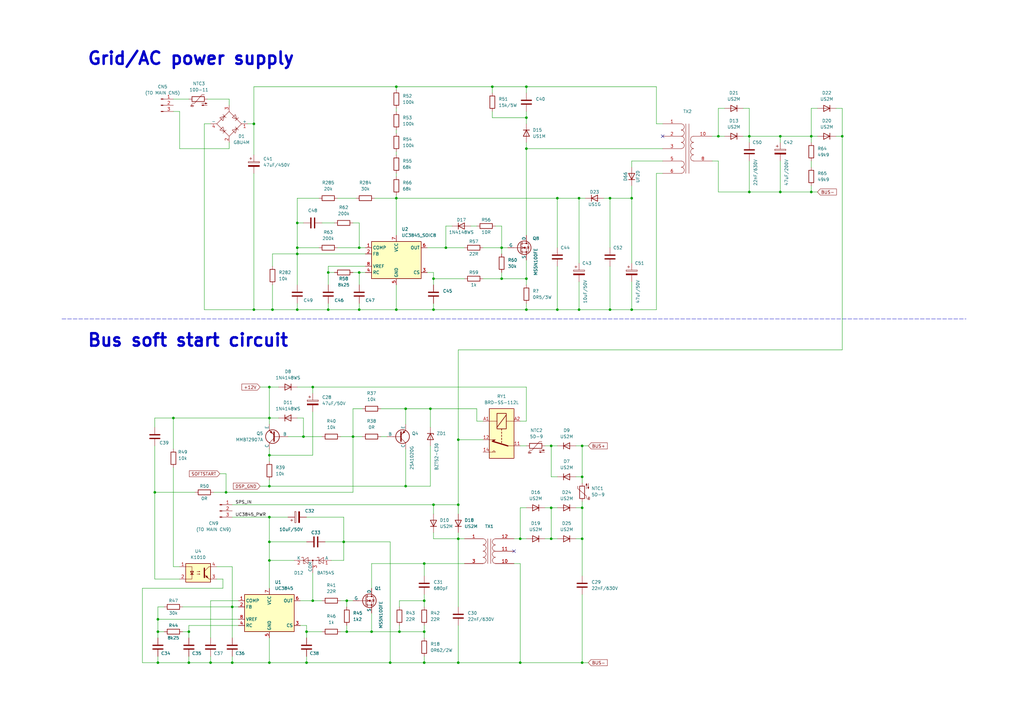
<source format=kicad_sch>
(kicad_sch (version 20250114) (generator "eeschema") (generator_version "9.0")
  (paper "A3")
  (title_block (title "Anern 10.2kW inverter - SCC board (2/2)") (comment 1 "Part of board no. 156-050113-00G(B)") (comment 2 "Bus soft start & AC SMPS"))
  (lib_symbols
    (symbol "Connector:Conn_01x03_Pin" (pin_names (offset 1.016) (hide yes))
      (property "Reference" "J" (at 0 5.08 0))
      (property "Value" "Conn_01x03_Pin" (at 0 -5.08 0))
      (symbol "Conn_01x03_Pin_1_1"
        (pin passive line (at 5.08 2.54 180) (length 3.81) (name "Pin_1") (number "1"))
        (pin passive line (at 5.08 0 180) (length 3.81) (name "Pin_2") (number "2"))
        (pin passive line (at 5.08 -2.54 180) (length 3.81) (name "Pin_3") (number "3"))
      )
    )
    (symbol "Device:C" (pin_numbers (hide yes)) (pin_names (offset 0.254))
      (property "Reference" "C" (at 0.635 2.54 0))
      (property "Value" "C" (at 0.635 -2.54 0))
      (symbol "C_1_1"
        (pin passive line (at 0 3.81 270) (length 2.794) (name "~") (number "1"))
        (pin passive line (at 0 -3.81 90) (length 2.794) (name "~") (number "2"))
      )
    )
    (symbol "Device:C_Polarized" (pin_numbers (hide yes)) (pin_names (offset 0.254))
      (property "Reference" "C" (at 0.635 2.54 0))
      (property "Value" "C_Polarized" (at 0.635 -2.54 0))
      (symbol "C_Polarized_1_1"
        (pin passive line (at 0 3.81 270) (length 2.794) (name "~") (number "1"))
        (pin passive line (at 0 -3.81 90) (length 2.794) (name "~") (number "2"))
      )
    )
    (symbol "Device:D" (pin_numbers (hide yes)) (pin_names (offset 1.016) (hide yes))
      (property "Reference" "D" (at 0 2.54 0))
      (property "Value" "D" (at 0 -2.54 0))
      (symbol "D_1_1"
        (pin passive line (at -3.81 0 0) (length 2.54) (name "K") (number "1"))
        (pin passive line (at 3.81 0 180) (length 2.54) (name "A") (number "2"))
      )
    )
    (symbol "Device:D_Zener" (pin_numbers (hide yes)) (pin_names (offset 1.016) (hide yes))
      (property "Reference" "D" (at 0 2.54 0))
      (property "Value" "D_Zener" (at 0 -2.54 0))
      (symbol "D_Zener_1_1"
        (pin passive line (at -3.81 0 0) (length 2.54) (name "K") (number "1"))
        (pin passive line (at 3.81 0 180) (length 2.54) (name "A") (number "2"))
      )
    )
    (symbol "Device:R" (pin_numbers (hide yes)) (pin_names (offset 0))
      (property "Reference" "R" (at 2.032 0 90))
      (property "Value" "R" (at 0 0 90))
      (symbol "R_1_1"
        (pin passive line (at 0 3.81 270) (length 1.27) (name "~") (number "1"))
        (pin passive line (at 0 -3.81 90) (length 1.27) (name "~") (number "2"))
      )
    )
    (symbol "Device:Thermistor_NTC" (pin_numbers (hide yes)) (pin_names (offset 0))
      (property "Reference" "TH" (at -4.445 0 90))
      (property "Value" "Thermistor_NTC" (at 3.175 0 90))
      (symbol "Thermistor_NTC_1_1"
        (pin passive line (at 0 3.81 270) (length 1.27) (name "~") (number "1"))
        (pin passive line (at 0 -3.81 90) (length 1.27) (name "~") (number "2"))
      )
    )
    (symbol "Device:Transformer_1P_SS" (pin_names (offset 1.016) (hide yes))
      (property "Reference" "TX1" (at 0.0127 10.16 0))
      (symbol "Transformer_1P_SS_1_1"
        (pin passive line (at -10.16 5.08 0) (length 7.62) (name "AA") (number "1"))
        (pin passive line (at -10.16 -5.08 0) (length 7.62) (name "AB") (number "3"))
        (pin passive line (at 10.16 5.08 180) (length 7.62) (name "SB") (number "12"))
        (pin passive line (at 10.16 0 180) (length 7.62) (name "SC") (number "11"))
        (pin passive line (at 10.16 -5.08 180) (length 7.62) (name "SA") (number "10"))
      )
    )
    (symbol "Device:Transformer_SP_1S" (pin_names (offset 1.016) (hide yes))
      (property "Reference" "T1" (at 0.0127 10.16 0))
      (property "Value" "Transformer_SP_1S" (at 0.0127 7.62 0))
      (symbol "Transformer_SP_1S_1_1"
        (pin passive line (at -10.16 5.08 0) (length 7.62) (name "PR1") (number "1"))
        (pin passive line (at -10.16 0 0) (length 7.62) (name "PM") (number "2"))
        (pin passive line (at -10.16 -5.08 0) (length 7.62) (name "PR2") (number "3"))
        (pin passive line (at -10.16 -10.16 0) (length 7.62) (name "PM") (number "5"))
        (pin passive line (at -10.16 -15.24 0) (length 7.62) (name "PR2") (number "6"))
        (pin passive line (at 10.16 0 180) (length 7.62) (name "S2") (number "10"))
        (pin passive line (at 10.16 -10.16 180) (length 7.62) (name "S1") (number "8"))
      )
    )
    (symbol "Diode:BAT54S" (pin_names (offset 0))
      (property "Reference" "D" (at 2.54 -5.08 0))
      (property "Value" "BAT54S" (at -6.35 3.175 0))
      (symbol "BAT54S_1_1"
        (pin passive line (at -7.62 0 0) (length 3.81) (name "A") (number "1"))
        (pin passive line (at 0 -5.08 90) (length 5.08) (name "COM") (number "3"))
        (pin passive line (at 7.62 0 180) (length 3.81) (name "K") (number "2"))
      )
    )
    (symbol "Diode_Bridge:GBU4M" (pin_names (offset 0))
      (property "Reference" "D" (at 2.54 6.985 0))
      (property "Value" "GBU4M" (at 2.54 5.08 0))
      (symbol "GBU4M_1_1"
        (pin passive line (at -7.62 0 0) (length 2.54) (name "-") (number "4"))
        (pin passive line (at 0 7.62 270) (length 2.54) (name "~") (number "3"))
        (pin passive line (at 0 -7.62 90) (length 2.54) (name "~") (number "2"))
        (pin passive line (at 7.62 0 180) (length 2.54) (name "+") (number "1"))
      )
    )
    (symbol "Isolator:LTV-817" (pin_names (offset 1.016))
      (property "Reference" "U" (at -5.08 5.08 0))
      (property "Value" "LTV-817" (at 0 5.08 0))
      (symbol "LTV-817_1_1"
        (pin passive line (at -7.62 2.54 0) (length 2.54) (name "~") (number "1"))
        (pin passive line (at -7.62 -2.54 0) (length 2.54) (name "~") (number "2"))
        (pin passive line (at 7.62 2.54 180) (length 2.54) (name "~") (number "4"))
        (pin passive line (at 7.62 -2.54 180) (length 2.54) (name "~") (number "3"))
      )
    )
    (symbol "Regulator_Controller:UC3845_SOIC8"
      (property "Reference" "U" (at 3.81 11.43 0))
      (property "Value" "UC3845_SOIC8" (at 3.81 8.89 0))
      (symbol "UC3845_SOIC8_1_1"
        (pin passive line (at -12.7 5.08 0) (length 2.54) (name "COMP") (number "1"))
        (pin input line (at -12.7 2.54 0) (length 2.54) (name "FB") (number "2"))
        (pin power_out line (at -12.7 -2.54 0) (length 2.54) (name "VREF") (number "8"))
        (pin passive line (at -12.7 -5.08 0) (length 2.54) (name "RC") (number "4"))
        (pin power_in line (at 0 10.16 270) (length 2.54) (name "VCC") (number "7"))
        (pin power_in line (at 0 -10.16 90) (length 2.54) (name "GND") (number "5"))
        (pin output line (at 12.7 5.08 180) (length 2.54) (name "OUT") (number "6"))
        (pin input line (at 12.7 -5.08 180) (length 2.54) (name "CS") (number "3"))
      )
    )
    (symbol "Relay:Relay_SPDT"
      (property "Reference" "K" (at 11.43 3.81 0))
      (property "Value" "Relay_SPDT" (at 11.43 1.27 0))
      (symbol "Relay_SPDT_1_1"
        (pin passive line (at -5.08 7.62 270) (length 2.54) (name "~") (number "A1"))
        (pin passive line (at -5.08 -7.62 90) (length 2.54) (name "~") (number "A2"))
        (pin passive line (at 2.54 7.62 270) (length 2.54) (name "~") (number "12"))
        (pin passive line (at 5.08 -7.62 90) (length 2.54) (name "~") (number "11"))
        (pin passive line (at 7.62 7.62 270) (length 2.54) (name "~") (number "14"))
      )
    )
    (symbol "Simulation_SPICE:NMOS" (pin_numbers (hide yes)) (pin_names (offset 0))
      (property "Reference" "Q" (at 5.08 1.27 0))
      (property "Value" "NMOS" (at 5.08 -1.27 0))
      (symbol "NMOS_1_1"
        (pin input line (at -5.08 0 0) (length 2.54) (name "G") (number "2"))
        (pin passive line (at 2.54 5.08 270) (length 2.54) (name "D") (number "1"))
        (pin passive line (at 2.54 -5.08 90) (length 2.54) (name "S") (number "3"))
      )
    )
    (symbol "Simulation_SPICE:PNP" (pin_numbers (hide yes)) (pin_names (offset 0))
      (property "Reference" "Q" (at -2.54 7.62 0))
      (property "Value" "PNP" (at -2.54 5.08 0))
      (symbol "PNP_1_1"
        (pin input line (at -5.08 0 0) (length 2.54) (name "B") (number "2"))
        (pin open_collector line (at 2.54 5.08 270) (length 2.54) (name "C") (number "1"))
        (pin open_emitter line (at 2.54 -5.08 90) (length 2.54) (name "E") (number "3"))
      )
    )
  )
  (text "Grid/AC power supply" (at 35.56 24.13 0) (effects (font (size 5.08 5.08) (thickness 1.016) (bold yes)) (justify left)))
  (text "Bus soft start circuit" (at 35.56 139.7 0) (effects (font (size 5.08 5.08) (thickness 1.016) (bold yes)) (justify left)))
  (junction (at 332.74 78.74))
  (junction (at 166.37 167.64))
  (junction (at 215.9 60.96))
  (junction (at 177.8 114.3))
  (junction (at 163.83 259.08))
  (junction (at 205.74 114.3))
  (junction (at 307.34 55.88))
  (junction (at 95.25 248.92))
  (junction (at 104.14 50.8))
  (junction (at 182.88 101.6))
  (junction (at 307.34 78.74))
  (junction (at 201.93 35.56))
  (junction (at 152.4 259.08))
  (junction (at 147.32 101.6))
  (junction (at 215.9 48.26))
  (junction (at 110.49 271.78))
  (junction (at 173.99 271.78))
  (junction (at 63.5 201.93))
  (junction (at 205.74 101.6))
  (junction (at 187.96 207.01))
  (junction (at 71.12 171.45))
  (junction (at 187.96 271.78))
  (junction (at 147.32 111.76))
  (junction (at 64.77 259.08))
  (junction (at 238.76 208.28))
  (junction (at 124.46 179.07))
  (junction (at 128.27 158.75))
  (junction (at 134.62 127))
  (junction (at 215.9 35.56))
  (junction (at 142.24 259.08))
  (junction (at 226.06 182.88))
  (junction (at 176.53 167.64))
  (junction (at 294.64 55.88))
  (junction (at 162.56 35.56))
  (junction (at 121.92 104.14))
  (junction (at 173.99 246.38))
  (junction (at 110.49 222.25))
  (junction (at 121.92 127))
  (junction (at 250.19 81.28))
  (junction (at 86.36 271.78))
  (junction (at 64.77 271.78))
  (junction (at 173.99 231.14))
  (junction (at 104.14 127))
  (junction (at 110.49 186.69))
  (junction (at 95.25 271.78))
  (junction (at 238.76 220.98))
  (junction (at 134.62 111.76))
  (junction (at 110.49 212.09))
  (junction (at 128.27 246.38))
  (junction (at 64.77 254))
  (junction (at 125.73 271.78))
  (junction (at 160.02 271.78))
  (junction (at 142.24 246.38))
  (junction (at 320.04 78.74))
  (junction (at 187.96 220.98))
  (junction (at 92.71 201.93))
  (junction (at 166.37 199.39))
  (junction (at 259.08 81.28))
  (junction (at 237.49 127))
  (junction (at 238.76 195.58))
  (junction (at 162.56 127))
  (junction (at 77.47 271.78))
  (junction (at 215.9 127))
  (junction (at 226.06 220.98))
  (junction (at 147.32 127))
  (junction (at 226.06 208.28))
  (junction (at 215.9 114.3))
  (junction (at 162.56 81.28))
  (junction (at 140.97 222.25))
  (junction (at 187.96 180.34))
  (junction (at 238.76 182.88))
  (junction (at 238.76 271.78))
  (junction (at 125.73 259.08))
  (junction (at 110.49 229.87))
  (junction (at 177.8 127))
  (junction (at 237.49 81.28))
  (junction (at 320.04 55.88))
  (junction (at 259.08 127))
  (junction (at 121.92 101.6))
  (junction (at 121.92 91.44))
  (junction (at 228.6 81.28))
  (junction (at 111.76 127))
  (junction (at 250.19 127))
  (junction (at 110.49 199.39))
  (junction (at 228.6 127))
  (junction (at 213.36 220.98))
  (junction (at 213.36 271.78))
  (junction (at 110.49 171.45))
  (junction (at 177.8 207.01))
  (junction (at 77.47 259.08))
  (junction (at 110.49 158.75))
  (junction (at 173.99 259.08))
  (junction (at 144.78 179.07))
  (junction (at 345.44 55.88))
  (junction (at 332.74 55.88))
  (no_connect (at 271.78 55.88))
  (no_connect (at 210.82 226.06))
  (wire (pts (xy 74.93 248.92) (xy 95.25 248.92)))
  (wire (pts (xy 86.36 271.78) (xy 95.25 271.78)))
  (wire (pts (xy 121.92 171.45) (xy 124.46 171.45)))
  (wire (pts (xy 215.9 60.96) (xy 215.9 96.52)))
  (wire (pts (xy 215.9 35.56) (xy 215.9 38.1)))
  (wire (pts (xy 144.78 201.93) (xy 92.71 201.93)))
  (wire (pts (xy 205.74 114.3) (xy 215.9 114.3)))
  (wire (pts (xy 332.74 55.88) (xy 320.04 55.88)))
  (wire (pts (xy 95.25 271.78) (xy 110.49 271.78)))
  (wire (pts (xy 125.73 212.09) (xy 140.97 212.09)))
  (wire (pts (xy 332.74 44.45) (xy 332.74 55.88)))
  (wire (pts (xy 177.8 127) (xy 162.56 127)))
  (wire (pts (xy 144.78 91.44) (xy 147.32 91.44)))
  (wire (pts (xy 307.34 66.04) (xy 307.34 78.74)))
  (wire (pts (xy 187.96 220.98) (xy 190.5 220.98)))
  (wire (pts (xy 250.19 101.6) (xy 250.19 81.28)))
  (wire (pts (xy 205.74 101.6) (xy 205.74 104.14)))
  (wire (pts (xy 215.9 172.72) (xy 213.36 172.72)))
  (wire (pts (xy 63.5 182.88) (xy 63.5 201.93)))
  (wire (pts (xy 110.49 171.45) (xy 110.49 173.99)))
  (wire (pts (xy 250.19 127) (xy 237.49 127)))
  (wire (pts (xy 198.12 101.6) (xy 205.74 101.6)))
  (wire (pts (xy 238.76 205.74) (xy 238.76 208.28)))
  (wire (pts (xy 64.77 271.78) (xy 77.47 271.78)))
  (wire (pts (xy 138.43 81.28) (xy 146.05 81.28)))
  (wire (pts (xy 110.49 212.09) (xy 110.49 222.25)))
  (wire (pts (xy 240.03 81.28) (xy 237.49 81.28)))
  (wire (pts (xy 85.09 40.64) (xy 93.98 40.64)))
  (wire (pts (xy 332.74 78.74) (xy 335.28 78.74)))
  (wire (pts (xy 185.42 92.71) (xy 182.88 92.71)))
  (wire (pts (xy 134.62 109.22) (xy 134.62 111.76)))
  (wire (pts (xy 236.22 195.58) (xy 238.76 195.58)))
  (wire (pts (xy 187.96 180.34) (xy 187.96 207.01)))
  (wire (pts (xy 173.99 231.14) (xy 173.99 236.22)))
  (wire (pts (xy 259.08 115.57) (xy 259.08 127)))
  (wire (pts (xy 294.64 55.88) (xy 297.18 55.88)))
  (wire (pts (xy 163.83 248.92) (xy 163.83 246.38)))
  (wire (pts (xy 104.14 71.12) (xy 104.14 127)))
  (wire (pts (xy 132.08 259.08) (xy 125.73 259.08)))
  (wire (pts (xy 138.43 101.6) (xy 147.32 101.6)))
  (wire (pts (xy 201.93 35.56) (xy 201.93 38.1)))
  (wire (pts (xy 162.56 35.56) (xy 201.93 35.56)))
  (wire (pts (xy 125.73 222.25) (xy 110.49 222.25)))
  (wire (pts (xy 307.34 55.88) (xy 307.34 44.45)))
  (wire (pts (xy 345.44 55.88) (xy 342.9 55.88)))
  (wire (pts (xy 201.93 45.72) (xy 201.93 48.26)))
  (wire (pts (xy 133.35 222.25) (xy 140.97 222.25)))
  (wire (pts (xy 144.78 179.07) (xy 144.78 201.93)))
  (wire (pts (xy 125.73 259.08) (xy 125.73 256.54)))
  (wire (pts (xy 121.92 127) (xy 134.62 127)))
  (wire (pts (xy 142.24 256.54) (xy 142.24 259.08)))
  (wire (pts (xy 215.9 208.28) (xy 213.36 208.28)))
  (wire (pts (xy 67.31 248.92) (xy 64.77 248.92)))
  (wire (pts (xy 148.59 167.64) (xy 144.78 167.64)))
  (wire (pts (xy 177.8 218.44) (xy 177.8 220.98)))
  (wire (pts (xy 64.77 254) (xy 97.79 254)))
  (wire (pts (xy 228.6 208.28) (xy 226.06 208.28)))
  (wire (pts (xy 64.77 248.92) (xy 64.77 254)))
  (wire (pts (xy 93.98 40.64) (xy 93.98 43.18)))
  (wire (pts (xy 163.83 246.38) (xy 173.99 246.38)))
  (wire (pts (xy 121.92 124.46) (xy 121.92 127)))
  (wire (pts (xy 162.56 116.84) (xy 162.56 127)))
  (wire (pts (xy 162.56 53.34) (xy 162.56 54.61)))
  (wire (pts (xy 64.77 269.24) (xy 64.77 271.78)))
  (wire (pts (xy 269.24 50.8) (xy 269.24 35.56)))
  (wire (pts (xy 77.47 259.08) (xy 77.47 261.62)))
  (wire (pts (xy 142.24 246.38) (xy 142.24 248.92)))
  (wire (pts (xy 160.02 271.78) (xy 173.99 271.78)))
  (wire (pts (xy 177.8 220.98) (xy 187.96 220.98)))
  (wire (pts (xy 259.08 127) (xy 269.24 127)))
  (wire (pts (xy 147.32 111.76) (xy 147.32 116.84)))
  (wire (pts (xy 95.25 269.24) (xy 95.25 271.78)))
  (wire (pts (xy 271.78 50.8) (xy 269.24 50.8)))
  (wire (pts (xy 110.49 229.87) (xy 110.49 241.3)))
  (wire (pts (xy 95.25 248.92) (xy 97.79 248.92)))
  (wire (pts (xy 271.78 71.12) (xy 269.24 71.12)))
  (wire (pts (xy 195.58 172.72) (xy 198.12 172.72)))
  (wire (pts (xy 173.99 231.14) (xy 152.4 231.14)))
  (wire (pts (xy 332.74 55.88) (xy 332.74 58.42)))
  (wire (pts (xy 111.76 104.14) (xy 121.92 104.14)))
  (wire (pts (xy 215.9 58.42) (xy 215.9 60.96)))
  (wire (pts (xy 177.8 111.76) (xy 177.8 114.3)))
  (wire (pts (xy 215.9 114.3) (xy 215.9 116.84)))
  (wire (pts (xy 226.06 182.88) (xy 228.6 182.88)))
  (wire (pts (xy 152.4 251.46) (xy 152.4 259.08)))
  (wire (pts (xy 142.24 259.08) (xy 152.4 259.08)))
  (wire (pts (xy 139.7 259.08) (xy 142.24 259.08)))
  (wire (pts (xy 97.79 256.54) (xy 77.47 256.54)))
  (wire (pts (xy 238.76 182.88) (xy 238.76 195.58)))
  (wire (pts (xy 130.81 101.6) (xy 121.92 101.6)))
  (wire (pts (xy 104.14 50.8) (xy 104.14 63.5)))
  (wire (pts (xy 226.06 208.28) (xy 226.06 220.98)))
  (wire (pts (xy 121.92 158.75) (xy 128.27 158.75)))
  (wire (pts (xy 215.9 35.56) (xy 201.93 35.56)))
  (wire (pts (xy 182.88 92.71) (xy 182.88 101.6)))
  (wire (pts (xy 237.49 115.57) (xy 237.49 127)))
  (wire (pts (xy 208.28 101.6) (xy 205.74 101.6)))
  (wire (pts (xy 236.22 208.28) (xy 238.76 208.28)))
  (wire (pts (xy 250.19 127) (xy 259.08 127)))
  (wire (pts (xy 93.98 58.42) (xy 93.98 60.96)))
  (wire (pts (xy 187.96 180.34) (xy 198.12 180.34)))
  (wire (pts (xy 345.44 143.51) (xy 187.96 143.51)))
  (wire (pts (xy 111.76 127) (xy 121.92 127)))
  (wire (pts (xy 342.9 44.45) (xy 345.44 44.45)))
  (wire (pts (xy 63.5 201.93) (xy 63.5 237.49)))
  (wire (pts (xy 320.04 66.04) (xy 320.04 78.74)))
  (wire (pts (xy 173.99 269.24) (xy 173.99 271.78)))
  (wire (pts (xy 226.06 220.98) (xy 228.6 220.98)))
  (wire (pts (xy 335.28 55.88) (xy 332.74 55.88)))
  (wire (pts (xy 173.99 243.84) (xy 173.99 246.38)))
  (wire (pts (xy 86.36 269.24) (xy 86.36 271.78)))
  (wire (pts (xy 144.78 167.64) (xy 144.78 179.07)))
  (wire (pts (xy 121.92 81.28) (xy 121.92 91.44)))
  (wire (pts (xy 215.9 158.75) (xy 215.9 172.72)))
  (wire (pts (xy 190.5 231.14) (xy 173.99 231.14)))
  (wire (pts (xy 156.21 167.64) (xy 166.37 167.64)))
  (wire (pts (xy 297.18 44.45) (xy 294.64 44.45)))
  (wire (pts (xy 110.49 158.75) (xy 110.49 171.45)))
  (wire (pts (xy 86.36 261.62) (xy 86.36 246.38)))
  (wire (pts (xy 135.89 229.87) (xy 140.97 229.87)))
  (wire (pts (xy 177.8 114.3) (xy 190.5 114.3)))
  (wire (pts (xy 125.73 271.78) (xy 160.02 271.78)))
  (wire (pts (xy 95.25 248.92) (xy 95.25 261.62)))
  (wire (pts (xy 104.14 127) (xy 111.76 127)))
  (wire (pts (xy 125.73 259.08) (xy 125.73 261.62)))
  (wire (pts (xy 147.32 91.44) (xy 147.32 101.6)))
  (wire (pts (xy 187.96 256.54) (xy 187.96 271.78)))
  (wire (pts (xy 147.32 101.6) (xy 149.86 101.6)))
  (wire (pts (xy 187.96 207.01) (xy 177.8 207.01)))
  (wire (pts (xy 162.56 81.28) (xy 228.6 81.28)))
  (wire (pts (xy 130.81 81.28) (xy 121.92 81.28)))
  (wire (pts (xy 166.37 167.64) (xy 176.53 167.64)))
  (wire (pts (xy 134.62 124.46) (xy 134.62 127)))
  (wire (pts (xy 241.3 271.78) (xy 238.76 271.78)))
  (wire (pts (xy 238.76 220.98) (xy 238.76 236.22)))
  (wire (pts (xy 177.8 124.46) (xy 177.8 127)))
  (wire (pts (xy 162.56 35.56) (xy 162.56 36.83)))
  (wire (pts (xy 140.97 212.09) (xy 140.97 222.25)))
  (wire (pts (xy 92.71 194.31) (xy 92.71 201.93)))
  (wire (pts (xy 71.12 171.45) (xy 71.12 184.15)))
  (wire (pts (xy 88.9 232.41) (xy 95.25 232.41)))
  (wire (pts (xy 215.9 60.96) (xy 271.78 60.96)))
  (wire (pts (xy 86.36 246.38) (xy 97.79 246.38)))
  (wire (pts (xy 173.99 259.08) (xy 173.99 261.62)))
  (wire (pts (xy 228.6 195.58) (xy 226.06 195.58)))
  (wire (pts (xy 250.19 81.28) (xy 259.08 81.28)))
  (wire (pts (xy 110.49 212.09) (xy 118.11 212.09)))
  (wire (pts (xy 93.98 60.96) (xy 73.66 60.96)))
  (wire (pts (xy 83.82 50.8) (xy 83.82 127)))
  (wire (pts (xy 144.78 179.07) (xy 148.59 179.07)))
  (wire (pts (xy 187.96 143.51) (xy 187.96 180.34)))
  (wire (pts (xy 144.78 179.07) (xy 139.7 179.07)))
  (wire (pts (xy 110.49 158.75) (xy 114.3 158.75)))
  (wire (pts (xy 176.53 167.64) (xy 176.53 175.26)))
  (wire (pts (xy 128.27 158.75) (xy 215.9 158.75)))
  (wire (pts (xy 128.27 158.75) (xy 128.27 161.29)))
  (wire (pts (xy 71.12 171.45) (xy 110.49 171.45)))
  (wire (pts (xy 58.42 271.78) (xy 64.77 271.78)))
  (wire (pts (xy 95.25 207.01) (xy 177.8 207.01)))
  (wire (pts (xy 237.49 81.28) (xy 237.49 107.95)))
  (wire (pts (xy 91.44 237.49) (xy 91.44 241.3)))
  (wire (pts (xy 90.17 194.31) (xy 92.71 194.31)))
  (wire (pts (xy 128.27 186.69) (xy 110.49 186.69)))
  (wire (pts (xy 223.52 220.98) (xy 226.06 220.98)))
  (wire (pts (xy 163.83 256.54) (xy 163.83 259.08)))
  (wire (pts (xy 139.7 246.38) (xy 142.24 246.38)))
  (wire (pts (xy 83.82 127) (xy 104.14 127)))
  (wire (pts (xy 335.28 44.45) (xy 332.74 44.45)))
  (wire (pts (xy 320.04 55.88) (xy 320.04 58.42)))
  (wire (pts (xy 332.74 76.2) (xy 332.74 78.74)))
  (wire (pts (xy 213.36 182.88) (xy 215.9 182.88)))
  (wire (pts (xy 162.56 62.23) (xy 162.56 63.5)))
  (wire (pts (xy 77.47 269.24) (xy 77.47 271.78)))
  (wire (pts (xy 223.52 208.28) (xy 226.06 208.28)))
  (wire (pts (xy 125.73 256.54) (xy 123.19 256.54)))
  (wire (pts (xy 304.8 44.45) (xy 307.34 44.45)))
  (wire (pts (xy 118.11 179.07) (xy 124.46 179.07)))
  (wire (pts (xy 176.53 182.88) (xy 176.53 199.39)))
  (wire (pts (xy 124.46 171.45) (xy 124.46 179.07)))
  (wire (pts (xy 259.08 66.04) (xy 271.78 66.04)))
  (wire (pts (xy 134.62 111.76) (xy 134.62 116.84)))
  (wire (pts (xy 63.5 201.93) (xy 80.01 201.93)))
  (wire (pts (xy 238.76 195.58) (xy 238.76 198.12)))
  (wire (pts (xy 144.78 111.76) (xy 147.32 111.76)))
  (wire (pts (xy 111.76 109.22) (xy 111.76 104.14)))
  (wire (pts (xy 294.64 44.45) (xy 294.64 55.88)))
  (wire (pts (xy 213.36 220.98) (xy 215.9 220.98)))
  (wire (pts (xy 215.9 127) (xy 177.8 127)))
  (wire (pts (xy 58.42 241.3) (xy 58.42 271.78)))
  (wire (pts (xy 153.67 81.28) (xy 162.56 81.28)))
  (wire (pts (xy 210.82 220.98) (xy 213.36 220.98)))
  (wire (pts (xy 176.53 167.64) (xy 195.58 167.64)))
  (wire (pts (xy 228.6 101.6) (xy 228.6 81.28)))
  (wire (pts (xy 187.96 207.01) (xy 187.96 210.82)))
  (wire (pts (xy 110.49 186.69) (xy 110.49 189.23)))
  (wire (pts (xy 187.96 271.78) (xy 213.36 271.78)))
  (wire (pts (xy 304.8 55.88) (xy 307.34 55.88)))
  (wire (pts (xy 210.82 231.14) (xy 213.36 231.14)))
  (wire (pts (xy 166.37 184.15) (xy 166.37 199.39)))
  (wire (pts (xy 259.08 81.28) (xy 259.08 107.95)))
  (wire (pts (xy 73.66 45.72) (xy 71.12 45.72)))
  (wire (pts (xy 71.12 40.64) (xy 77.47 40.64)))
  (wire (pts (xy 205.74 111.76) (xy 205.74 114.3)))
  (wire (pts (xy 140.97 222.25) (xy 160.02 222.25)))
  (wire (pts (xy 259.08 66.04) (xy 259.08 68.58)))
  (wire (pts (xy 121.92 101.6) (xy 121.92 104.14)))
  (wire (pts (xy 149.86 111.76) (xy 147.32 111.76)))
  (wire (pts (xy 269.24 35.56) (xy 215.9 35.56)))
  (wire (pts (xy 250.19 109.22) (xy 250.19 127)))
  (wire (pts (xy 106.68 199.39) (xy 110.49 199.39)))
  (wire (pts (xy 74.93 259.08) (xy 77.47 259.08)))
  (wire (pts (xy 163.83 259.08) (xy 173.99 259.08)))
  (wire (pts (xy 73.66 60.96) (xy 73.66 45.72)))
  (wire (pts (xy 71.12 191.77) (xy 71.12 232.41)))
  (wire (pts (xy 332.74 78.74) (xy 320.04 78.74)))
  (wire (pts (xy 215.9 45.72) (xy 215.9 48.26)))
  (wire (pts (xy 269.24 71.12) (xy 269.24 127)))
  (wire (pts (xy 175.26 101.6) (xy 182.88 101.6)))
  (wire (pts (xy 213.36 208.28) (xy 213.36 220.98)))
  (wire (pts (xy 152.4 231.14) (xy 152.4 241.3)))
  (wire (pts (xy 176.53 199.39) (xy 166.37 199.39)))
  (wire (pts (xy 140.97 222.25) (xy 140.97 229.87)))
  (wire (pts (xy 149.86 109.22) (xy 134.62 109.22)))
  (wire (pts (xy 128.27 234.95) (xy 128.27 246.38)))
  (wire (pts (xy 86.36 50.8) (xy 83.82 50.8)))
  (wire (pts (xy 187.96 218.44) (xy 187.96 220.98)))
  (wire (pts (xy 110.49 186.69) (xy 110.49 184.15)))
  (wire (pts (xy 205.74 92.71) (xy 205.74 101.6)))
  (wire (pts (xy 182.88 101.6) (xy 190.5 101.6)))
  (wire (pts (xy 128.27 246.38) (xy 132.08 246.38)))
  (wire (pts (xy 173.99 271.78) (xy 187.96 271.78)))
  (wire (pts (xy 193.04 92.71) (xy 195.58 92.71)))
  (wire (pts (xy 123.19 246.38) (xy 128.27 246.38)))
  (wire (pts (xy 64.77 259.08) (xy 64.77 261.62)))
  (wire (pts (xy 110.49 171.45) (xy 114.3 171.45)))
  (wire (pts (xy 320.04 78.74) (xy 307.34 78.74)))
  (wire (pts (xy 110.49 199.39) (xy 166.37 199.39)))
  (wire (pts (xy 134.62 111.76) (xy 137.16 111.76)))
  (wire (pts (xy 320.04 55.88) (xy 307.34 55.88)))
  (wire (pts (xy 104.14 35.56) (xy 162.56 35.56)))
  (wire (pts (xy 166.37 173.99) (xy 166.37 167.64)))
  (wire (pts (xy 162.56 127) (xy 147.32 127)))
  (wire (pts (xy 213.36 271.78) (xy 238.76 271.78)))
  (wire (pts (xy 121.92 104.14) (xy 149.86 104.14)))
  (wire (pts (xy 215.9 48.26) (xy 215.9 50.8)))
  (polyline (pts (xy 25.4 130.81) (xy 396.24 130.81)) (stroke (width 0) (type dash)))
  (wire (pts (xy 162.56 71.12) (xy 162.56 72.39)))
  (wire (pts (xy 156.21 179.07) (xy 158.75 179.07)))
  (wire (pts (xy 125.73 269.24) (xy 125.73 271.78)))
  (wire (pts (xy 236.22 220.98) (xy 238.76 220.98)))
  (wire (pts (xy 128.27 168.91) (xy 128.27 186.69)))
  (wire (pts (xy 91.44 241.3) (xy 58.42 241.3)))
  (wire (pts (xy 332.74 66.04) (xy 332.74 68.58)))
  (wire (pts (xy 213.36 231.14) (xy 213.36 271.78)))
  (wire (pts (xy 223.52 182.88) (xy 226.06 182.88)))
  (wire (pts (xy 177.8 114.3) (xy 177.8 116.84)))
  (wire (pts (xy 294.64 66.04) (xy 292.1 66.04)))
  (wire (pts (xy 215.9 106.68) (xy 215.9 114.3)))
  (wire (pts (xy 237.49 127) (xy 228.6 127)))
  (wire (pts (xy 228.6 109.22) (xy 228.6 127)))
  (wire (pts (xy 64.77 254) (xy 64.77 259.08)))
  (wire (pts (xy 238.76 243.84) (xy 238.76 271.78)))
  (wire (pts (xy 63.5 171.45) (xy 71.12 171.45)))
  (wire (pts (xy 77.47 256.54) (xy 77.47 259.08)))
  (wire (pts (xy 215.9 124.46) (xy 215.9 127)))
  (wire (pts (xy 142.24 246.38) (xy 144.78 246.38)))
  (wire (pts (xy 101.6 50.8) (xy 104.14 50.8)))
  (wire (pts (xy 71.12 232.41) (xy 73.66 232.41)))
  (wire (pts (xy 147.32 127) (xy 134.62 127)))
  (wire (pts (xy 241.3 182.88) (xy 238.76 182.88)))
  (wire (pts (xy 177.8 207.01) (xy 177.8 210.82)))
  (wire (pts (xy 132.08 91.44) (xy 137.16 91.44)))
  (wire (pts (xy 124.46 179.07) (xy 132.08 179.07)))
  (wire (pts (xy 236.22 182.88) (xy 238.76 182.88)))
  (wire (pts (xy 173.99 246.38) (xy 173.99 248.92)))
  (wire (pts (xy 247.65 81.28) (xy 250.19 81.28)))
  (wire (pts (xy 228.6 127) (xy 215.9 127)))
  (wire (pts (xy 187.96 220.98) (xy 187.96 248.92)))
  (wire (pts (xy 104.14 50.8) (xy 104.14 35.56)))
  (wire (pts (xy 307.34 78.74) (xy 294.64 78.74)))
  (wire (pts (xy 307.34 55.88) (xy 307.34 58.42)))
  (wire (pts (xy 201.93 48.26) (xy 215.9 48.26)))
  (wire (pts (xy 203.2 92.71) (xy 205.74 92.71)))
  (wire (pts (xy 63.5 175.26) (xy 63.5 171.45)))
  (wire (pts (xy 173.99 256.54) (xy 173.99 259.08)))
  (wire (pts (xy 110.49 196.85) (xy 110.49 199.39)))
  (wire (pts (xy 110.49 271.78) (xy 125.73 271.78)))
  (wire (pts (xy 95.25 232.41) (xy 95.25 248.92)))
  (wire (pts (xy 147.32 124.46) (xy 147.32 127)))
  (wire (pts (xy 124.46 91.44) (xy 121.92 91.44)))
  (wire (pts (xy 106.68 158.75) (xy 110.49 158.75)))
  (wire (pts (xy 345.44 44.45) (xy 345.44 55.88)))
  (wire (pts (xy 92.71 201.93) (xy 87.63 201.93)))
  (wire (pts (xy 162.56 80.01) (xy 162.56 81.28)))
  (wire (pts (xy 345.44 55.88) (xy 345.44 143.51)))
  (wire (pts (xy 64.77 259.08) (xy 67.31 259.08)))
  (wire (pts (xy 294.64 55.88) (xy 292.1 55.88)))
  (wire (pts (xy 77.47 271.78) (xy 86.36 271.78)))
  (wire (pts (xy 120.65 229.87) (xy 110.49 229.87)))
  (wire (pts (xy 110.49 222.25) (xy 110.49 229.87)))
  (wire (pts (xy 111.76 116.84) (xy 111.76 127)))
  (wire (pts (xy 238.76 220.98) (xy 238.76 208.28)))
  (wire (pts (xy 88.9 237.49) (xy 91.44 237.49)))
  (wire (pts (xy 294.64 78.74) (xy 294.64 66.04)))
  (wire (pts (xy 95.25 212.09) (xy 110.49 212.09)))
  (wire (pts (xy 121.92 91.44) (xy 121.92 101.6)))
  (wire (pts (xy 110.49 261.62) (xy 110.49 271.78)))
  (wire (pts (xy 162.56 44.45) (xy 162.56 45.72)))
  (wire (pts (xy 160.02 222.25) (xy 160.02 271.78)))
  (wire (pts (xy 226.06 195.58) (xy 226.06 182.88)))
  (wire (pts (xy 175.26 111.76) (xy 177.8 111.76)))
  (wire (pts (xy 198.12 114.3) (xy 205.74 114.3)))
  (wire (pts (xy 63.5 237.49) (xy 73.66 237.49)))
  (wire (pts (xy 121.92 116.84) (xy 121.92 104.14)))
  (wire (pts (xy 152.4 259.08) (xy 163.83 259.08)))
  (wire (pts (xy 259.08 76.2) (xy 259.08 81.28)))
  (wire (pts (xy 228.6 81.28) (xy 237.49 81.28)))
  (wire (pts (xy 162.56 96.52) (xy 162.56 81.28)))
  (wire (pts (xy 195.58 167.64) (xy 195.58 172.72)))
  (label "SPS_IN" (at 96.52 207.01 0))
  (label "UC3845_PWR" (at 96.52 212.09 0))
  (global_label "+12V" (shape input) (at 106.68 158.75 180) (property "Intersheetrefs" "${INTERSHEET_REFS}" (effects (hide yes))))
  (global_label "SOFTSTART" (shape input) (at 90.17 194.31 180) (property "Intersheetrefs" "${INTERSHEET_REFS}" (effects (hide yes))))
  (global_label "BUS+" (shape input) (at 241.3 182.88 0) (property "Intersheetrefs" "${INTERSHEET_REFS}" (effects (hide yes))))
  (global_label "DSP_GND" (shape input) (at 106.68 199.39 180) (property "Intersheetrefs" "${INTERSHEET_REFS}" (effects (hide yes))))
  (global_label "BUS-" (shape input) (at 241.3 271.78 0) (property "Intersheetrefs" "${INTERSHEET_REFS}" (effects (hide yes))))
  (global_label "BUS-" (shape input) (at 335.28 78.74 0) (property "Intersheetrefs" "${INTERSHEET_REFS}" (effects (hide yes))))
  (symbol (lib_id "Device:D") (at 232.41 182.88 0) (unit 1)
    (property "Reference" "D9" (at 232.41 176.53 0))
    (property "Value" "US2M" (at 232.41 179.07 0))
    (property "Description" "Diode" (effects (hide yes)))
    (property "Sim.Device" "D" (effects (hide yes)))
    (property "Sim.Pins" "1=K 2=A" (effects (hide yes)))
  )
  (symbol (lib_id "Device:R") (at 140.97 111.76 90) (unit 1)
    (property "Reference" "R58" (at 140.97 114.3 90))
    (property "Value" "8k25" (at 140.97 116.84 90))
    (property "Description" "Resistor" (effects (hide yes)))
  )
  (symbol (lib_id "Device:C") (at 177.8 120.65 0) (unit 1)
    (property "Reference" "C45" (at 181.61 119.3799 0) (effects (justify left)))
    (property "Value" "C" (effects (hide yes)))
    (property "Description" "Unpolarized capacitor" (effects (hide yes)))
  )
  (symbol (lib_id "Device:D") (at 232.41 208.28 180) (unit 1)
    (property "Reference" "D24" (at 232.41 201.93 0))
    (property "Value" "US2M" (at 232.41 204.47 0))
    (property "Description" "Diode" (effects (hide yes)))
    (property "Sim.Device" "D" (effects (hide yes)))
    (property "Sim.Pins" "1=K 2=A" (effects (hide yes)))
  )
  (symbol (lib_id "Device:R") (at 83.82 201.93 90) (unit 1)
    (property "Reference" "R50" (at 83.82 199.39 90))
    (property "Value" "0R" (at 83.82 204.47 90))
    (property "Description" "Resistor" (effects (hide yes)))
  )
  (symbol (lib_id "Device:C") (at 95.25 265.43 0) (unit 1)
    (property "Reference" "C36" (at 96.52 267.97 0) (effects (justify left)))
    (property "Value" "C" (effects (hide yes)))
    (property "Description" "Unpolarized capacitor" (effects (hide yes)))
  )
  (symbol (lib_id "Device:D") (at 339.09 55.88 180) (unit 1)
    (property "Reference" "D20" (at 339.09 49.53 0))
    (property "Value" "US2M" (at 339.09 52.07 0))
    (property "Description" "Diode" (effects (hide yes)))
    (property "Sim.Device" "D" (effects (hide yes)))
    (property "Sim.Pins" "1=K 2=A" (effects (hide yes)))
  )
  (symbol (lib_id "Simulation_SPICE:NMOS") (at 149.86 246.38 0) (unit 1)
    (property "Reference" "Q1" (at 153.67 241.3 0) (effects (justify left)))
    (property "Value" "MS5N100FE" (at 156.21 257.81 90) (effects (justify left)))
    (property "Datasheet" "https://ngspice.sourceforge.io/docs/ngspice-html-manual/manual.xhtml#cha_MOSFETs" (effects (hide yes)))
    (property "Description" "N-MOSFET transistor, drain/source/gate" (effects (hide yes)))
    (property "Sim.Device" "NMOS" (effects (hide yes)))
    (property "Sim.Type" "VDMOS" (effects (hide yes)))
    (property "Sim.Pins" "1=D 2=G 3=S" (effects (hide yes)))
  )
  (symbol (lib_id "Device:D_Zener") (at 176.53 179.07 270) (unit 1)
    (property "Reference" "ZD1" (at 179.07 177.7999 90) (effects (justify left)))
    (property "Value" "BZT52-C30" (at 179.07 181.61 0) (effects (justify left)))
    (property "Description" "Zener diode" (effects (hide yes)))
  )
  (symbol (lib_id "Device:R") (at 134.62 81.28 90) (unit 1)
    (property "Reference" "R285" (at 134.62 74.93 90))
    (property "Value" "20k" (at 134.62 77.47 90))
    (property "Description" "Resistor" (effects (hide yes)))
  )
  (symbol (lib_id "Device:C") (at 238.76 240.03 0) (unit 1)
    (property "Reference" "C29" (at 242.57 238.7599 0) (effects (justify left)))
    (property "Value" "22nF/630V" (at 242.57 241.2999 0) (effects (justify left)))
    (property "Description" "Unpolarized capacitor" (effects (hide yes)))
  )
  (symbol (lib_id "Device:C_Polarized") (at 121.92 212.09 90) (unit 1)
    (property "Reference" "C32" (at 127 209.55 90))
    (property "Value" "10uF/50V" (at 119.38 217.17 90))
    (property "Description" "Polarized capacitor" (effects (hide yes)))
  )
  (symbol (lib_id "Device:R") (at 111.76 113.03 0) (unit 1)
    (property "Reference" "R282" (at 114.3 111.7599 0) (effects (justify left)))
    (property "Value" "10k" (at 114.3 114.2999 0) (effects (justify left)))
    (property "Description" "Resistor" (effects (hide yes)))
  )
  (symbol (lib_id "Device:C") (at 250.19 105.41 0) (unit 1)
    (property "Reference" "C52" (at 251.46 101.6 0) (effects (justify left)))
    (property "Value" "C" (effects (hide yes)))
    (property "Description" "Unpolarized capacitor" (effects (hide yes)))
  )
  (symbol (lib_id "Device:Transformer_1P_SS") (at 200.66 226.06 0) (unit 1)
    (property "Reference" "TX1" (at 200.6727 215.9 0))
    (property "Value" "Transformer_1P_SS" (effects (hide yes)))
    (property "Description" "Transformer, single primary, split secondary" (effects (hide yes)))
  )
  (symbol (lib_id "Device:D") (at 177.8 214.63 90) (unit 1)
    (property "Reference" "D10" (at 180.34 213.3599 90) (effects (justify right)))
    (property "Value" "US2M" (at 180.34 215.8999 90) (effects (justify right)))
    (property "Description" "Diode" (effects (hide yes)))
    (property "Sim.Device" "D" (effects (hide yes)))
    (property "Sim.Pins" "1=K 2=A" (effects (hide yes)))
  )
  (symbol (lib_id "Simulation_SPICE:NMOS") (at 213.36 101.6 0) (unit 1)
    (property "Reference" "Q8" (at 218.44 97.79 0) (effects (justify left)))
    (property "Value" "MS5N100FE" (at 219.71 113.03 90) (effects (justify left)))
    (property "Datasheet" "https://ngspice.sourceforge.io/docs/ngspice-html-manual/manual.xhtml#cha_MOSFETs" (effects (hide yes)))
    (property "Description" "N-MOSFET transistor, drain/source/gate" (effects (hide yes)))
    (property "Sim.Device" "NMOS" (effects (hide yes)))
    (property "Sim.Type" "VDMOS" (effects (hide yes)))
    (property "Sim.Pins" "1=D 2=G 3=S" (effects (hide yes)))
  )
  (symbol (lib_id "Device:C_Polarized") (at 104.14 67.31 0) (unit 1)
    (property "Reference" "C41" (at 107.95 65.1509 0) (effects (justify left)))
    (property "Value" "47uF/450V" (at 107.95 67.6909 0) (effects (justify left)))
    (property "Description" "Polarized capacitor" (effects (hide yes)))
  )
  (symbol (lib_id "Relay:Relay_SPDT") (at 205.74 177.8 90) (mirror x) (unit 1)
    (property "Reference" "RY1" (at 205.74 162.56 90))
    (property "Value" "BRD-SS-112L" (at 205.74 165.1 90))
    (property "Description" "Relay SPDT, monostable, EN50005" (effects (hide yes)))
  )
  (symbol (lib_id "Device:D") (at 232.41 195.58 0) (unit 1)
    (property "Reference" "D7" (at 232.41 189.23 0))
    (property "Value" "US2M" (at 232.41 191.77 0))
    (property "Description" "Diode" (effects (hide yes)))
    (property "Sim.Device" "D" (effects (hide yes)))
    (property "Sim.Pins" "1=K 2=A" (effects (hide yes)))
  )
  (symbol (lib_id "Device:R") (at 205.74 107.95 0) (unit 1)
    (property "Reference" "R60" (at 208.28 106.6799 0) (effects (justify left)))
    (property "Value" "30k" (at 208.28 109.2199 0) (effects (justify left)))
    (property "Description" "Resistor" (effects (hide yes)))
  )
  (symbol (lib_id "Device:R") (at 162.56 67.31 0) (unit 1)
    (property "Reference" "R55" (at 165.1 66.0399 0) (effects (justify left)))
    (property "Value" "68k" (at 165.1 68.5799 0) (effects (justify left)))
    (property "Description" "Resistor" (effects (hide yes)))
  )
  (symbol (lib_id "Device:R") (at 163.83 252.73 0) (unit 1)
    (property "Reference" "R43" (at 166.37 251.4599 0) (effects (justify left)))
    (property "Value" "22R" (at 166.37 253.9999 0) (effects (justify left)))
    (property "Description" "Resistor" (effects (hide yes)))
  )
  (symbol (lib_id "Device:R") (at 162.56 40.64 0) (unit 1)
    (property "Reference" "R52" (at 165.1 39.3699 0) (effects (justify left)))
    (property "Value" "100k" (at 165.1 41.9099 0) (effects (justify left)))
    (property "Description" "Resistor" (effects (hide yes)))
  )
  (symbol (lib_id "Device:C") (at 187.96 252.73 180) (unit 1)
    (property "Reference" "C30" (at 191.77 251.4599 0) (effects (justify right)))
    (property "Value" "22nF/630V" (at 191.77 253.9999 0) (effects (justify right)))
    (property "Description" "Unpolarized capacitor" (effects (hide yes)))
  )
  (symbol (lib_id "Device:C_Polarized") (at 128.27 165.1 0) (unit 1)
    (property "Reference" "C28" (at 132.08 162.9409 0) (effects (justify left)))
    (property "Value" "47uF/50V" (at 132.08 165.4809 0) (effects (justify left)))
    (property "Description" "Polarized capacitor" (effects (hide yes)))
  )
  (symbol (lib_id "Device:R") (at 194.31 101.6 90) (unit 1)
    (property "Reference" "R57" (at 194.31 99.06 90))
    (property "Value" "22R" (at 194.31 104.14 90))
    (property "Description" "Resistor" (effects (hide yes)))
  )
  (symbol (lib_id "Device:C") (at 121.92 120.65 0) (unit 1)
    (property "Reference" "C49" (at 124.46 123.19 0) (effects (justify left)))
    (property "Value" "C" (effects (hide yes)))
    (property "Description" "Unpolarized capacitor" (effects (hide yes)))
  )
  (symbol (lib_id "Device:R") (at 194.31 114.3 90) (unit 1)
    (property "Reference" "R59" (at 194.31 111.76 90))
    (property "Value" "1k" (at 194.31 116.84 90))
    (property "Description" "Resistor" (effects (hide yes)))
  )
  (symbol (lib_id "Device:C_Polarized") (at 259.08 111.76 0) (unit 1)
    (property "Reference" "C51" (at 260.35 107.95 0) (effects (justify left)))
    (property "Value" "47uF/50V" (at 261.62 124.46 90) (effects (justify left)))
    (property "Description" "Polarized capacitor" (effects (hide yes)))
  )
  (symbol (lib_id "Device:C") (at 173.99 240.03 0) (unit 1)
    (property "Reference" "C31" (at 177.8 238.7599 0) (effects (justify left)))
    (property "Value" "680pF" (at 177.8 241.2999 0) (effects (justify left)))
    (property "Description" "Unpolarized capacitor" (effects (hide yes)))
  )
  (symbol (lib_id "Device:R") (at 110.49 193.04 0) (unit 1)
    (property "Reference" "R39" (at 113.03 191.7699 0) (effects (justify left)))
    (property "Value" "10k" (at 113.03 194.3099 0) (effects (justify left)))
    (property "Description" "Resistor" (effects (hide yes)))
  )
  (symbol (lib_id "Device:C") (at 125.73 265.43 0) (unit 1)
    (property "Reference" "C38" (at 127 267.97 0) (effects (justify left)))
    (property "Value" "C" (effects (hide yes)))
    (property "Description" "Unpolarized capacitor" (effects (hide yes)))
  )
  (symbol (lib_id "Device:R") (at 142.24 252.73 0) (unit 1)
    (property "Reference" "R45" (at 144.78 251.4599 0) (effects (justify left)))
    (property "Value" "1k2" (at 144.78 253.9999 0) (effects (justify left)))
    (property "Description" "Resistor" (effects (hide yes)))
  )
  (symbol (lib_id "Device:D") (at 215.9 54.61 270) (unit 1)
    (property "Reference" "D15" (at 218.44 53.3399 90) (effects (justify left)))
    (property "Value" "US1M" (at 218.44 55.8799 90) (effects (justify left)))
    (property "Description" "Diode" (effects (hide yes)))
    (property "Sim.Device" "D" (effects (hide yes)))
    (property "Sim.Pins" "1=K 2=A" (effects (hide yes)))
  )
  (symbol (lib_id "Device:D") (at 232.41 220.98 180) (unit 1)
    (property "Reference" "D25" (at 232.41 214.63 0))
    (property "Value" "US2M" (at 232.41 217.17 0))
    (property "Description" "Diode" (effects (hide yes)))
    (property "Sim.Device" "D" (effects (hide yes)))
    (property "Sim.Pins" "1=K 2=A" (effects (hide yes)))
  )
  (symbol (lib_id "Device:C") (at 215.9 41.91 0) (unit 1)
    (property "Reference" "C40" (at 219.71 40.6399 0) (effects (justify left)))
    (property "Value" "C" (effects (hide yes)))
    (property "Description" "Unpolarized capacitor" (effects (hide yes)))
  )
  (symbol (lib_id "Device:C") (at 63.5 179.07 0) (unit 1)
    (property "Reference" "C39" (at 67.31 181.61 0))
    (property "Value" "C" (effects (hide yes)))
    (property "Description" "Unpolarized capacitor" (effects (hide yes)))
  )
  (symbol (lib_id "Device:Thermistor_NTC") (at 219.71 182.88 90) (unit 1)
    (property "Reference" "NTC2" (at 220.0275 176.53 90))
    (property "Value" "5D-9" (at 220.0275 179.07 90))
    (property "Description" "Temperature dependent resistor, negative temperature coefficient" (effects (hide yes)))
  )
  (symbol (lib_id "Device:R") (at 173.99 252.73 0) (unit 1)
    (property "Reference" "R42" (at 176.53 251.4599 0) (effects (justify left)))
    (property "Value" "22R" (at 176.53 253.9999 0) (effects (justify left)))
    (property "Description" "Resistor" (effects (hide yes)))
  )
  (symbol (lib_id "Device:R") (at 199.39 92.71 90) (unit 1)
    (property "Reference" "R56" (at 199.39 90.17 90))
    (property "Value" "10R" (at 199.39 95.25 90))
    (property "Description" "Resistor" (effects (hide yes)))
  )
  (symbol (lib_id "Device:R") (at 135.89 246.38 90) (unit 1)
    (property "Reference" "R41" (at 135.89 240.03 90))
    (property "Value" "22R" (at 135.89 242.57 90))
    (property "Description" "Resistor" (effects (hide yes)))
  )
  (symbol (lib_id "Device:Thermistor_NTC") (at 81.28 40.64 90) (unit 1)
    (property "Reference" "NTC3" (at 81.5975 34.29 90))
    (property "Value" "10D-11" (at 81.5975 36.83 90))
    (property "Description" "Temperature dependent resistor, negative temperature coefficient" (effects (hide yes)))
  )
  (symbol (lib_id "Device:C") (at 77.47 265.43 0) (unit 1)
    (property "Reference" "C35" (at 78.74 267.97 0) (effects (justify left)))
    (property "Value" "C" (effects (hide yes)))
    (property "Description" "Unpolarized capacitor" (effects (hide yes)))
  )
  (symbol (lib_id "Device:Thermistor_NTC") (at 238.76 201.93 180) (unit 1)
    (property "Reference" "NTC1" (at 242.57 200.3424 0) (effects (justify right)))
    (property "Value" "5D-9" (at 242.57 202.8824 0) (effects (justify right)))
    (property "Description" "Temperature dependent resistor, negative temperature coefficient" (effects (hide yes)))
  )
  (symbol (lib_id "Regulator_Controller:UC3845_SOIC8") (at 162.56 106.68 0) (unit 1)
    (property "Reference" "U2" (at 164.7033 93.98 0) (effects (justify left)))
    (property "Value" "UC3845_SOIC8" (at 164.7033 96.52 0) (effects (justify left)))
    (property "Footprint" "Package_SO:SOIC-8_3.9x4.9mm_P1.27mm" (effects (hide yes)))
    (property "Datasheet" "http://www.ti.com/lit/ds/symlink/uc3842.pdf" (effects (hide yes)))
    (property "Description" "Current-Mode PWM Controllers, 50% Duty Cycle, 8.4V/7.6V UVLO, SOIC-8" (effects (hide yes)))
  )
  (symbol (lib_id "Device:C_Polarized") (at 320.04 62.23 0) (unit 1)
    (property "Reference" "C42" (at 321.31 58.42 0) (effects (justify left)))
    (property "Value" "47uF/200V" (at 322.58 76.2 90) (effects (justify left)))
    (property "Description" "Polarized capacitor" (effects (hide yes)))
  )
  (symbol (lib_id "Device:R") (at 140.97 91.44 90) (unit 1)
    (property "Reference" "R62" (at 140.97 85.09 90))
    (property "Value" "200k" (at 140.97 87.63 90))
    (property "Description" "Resistor" (effects (hide yes)))
  )
  (symbol (lib_id "Device:R") (at 332.74 62.23 0) (unit 1)
    (property "Reference" "R64" (at 335.28 60.9599 0) (effects (justify left)))
    (property "Value" "49k9" (at 335.28 63.4999 0) (effects (justify left)))
    (property "Description" "Resistor" (effects (hide yes)))
  )
  (symbol (lib_id "Device:D") (at 189.23 92.71 0) (unit 1)
    (property "Reference" "D17" (at 189.23 90.17 0))
    (property "Value" "1N4148WS" (at 189.23 95.25 0))
    (property "Description" "Diode" (effects (hide yes)))
    (property "Sim.Device" "D" (effects (hide yes)))
    (property "Sim.Pins" "1=K 2=A" (effects (hide yes)))
  )
  (symbol (lib_id "Device:C_Polarized") (at 237.49 111.76 0) (unit 1)
    (property "Reference" "C43" (at 238.76 107.95 0) (effects (justify left)))
    (property "Value" "10uF/50V" (at 240.03 124.46 90) (effects (justify left)))
    (property "Description" "Polarized capacitor" (effects (hide yes)))
  )
  (symbol (lib_id "Connector:Conn_01x03_Pin") (at 66.04 43.18 0) (unit 1)
    (property "Reference" "CN5" (at 66.675 35.56 0))
    (property "Value" "(TO MAIN CN5)" (at 66.675 38.1 0))
    (property "Description" "Generic connector, single row, 01x03, script generated" (effects (hide yes)))
  )
  (symbol (lib_id "Device:D") (at 219.71 208.28 180) (unit 1)
    (property "Reference" "D16" (at 219.71 201.93 0))
    (property "Value" "US2M" (at 219.71 204.47 0))
    (property "Description" "Diode" (effects (hide yes)))
    (property "Sim.Device" "D" (effects (hide yes)))
    (property "Sim.Pins" "1=K 2=A" (effects (hide yes)))
  )
  (symbol (lib_id "Device:D") (at 219.71 220.98 180) (unit 1)
    (property "Reference" "D19" (at 219.71 214.63 0))
    (property "Value" "US2M" (at 219.71 217.17 0))
    (property "Description" "Diode" (effects (hide yes)))
    (property "Sim.Device" "D" (effects (hide yes)))
    (property "Sim.Pins" "1=K 2=A" (effects (hide yes)))
  )
  (symbol (lib_id "Device:D") (at 243.84 81.28 0) (unit 1)
    (property "Reference" "D23" (at 243.84 78.74 0))
    (property "Value" "US1G" (at 243.84 83.82 0))
    (property "Description" "Diode" (effects (hide yes)))
    (property "Sim.Device" "D" (effects (hide yes)))
    (property "Sim.Pins" "1=K 2=A" (effects (hide yes)))
  )
  (symbol (lib_id "Device:R") (at 149.86 81.28 90) (unit 1)
    (property "Reference" "R284" (at 149.86 74.93 90))
    (property "Value" "30k" (at 149.86 77.47 90))
    (property "Description" "Resistor" (effects (hide yes)))
  )
  (symbol (lib_id "Isolator:LTV-817") (at 81.28 234.95 0) (unit 1)
    (property "Reference" "U4" (at 81.28 226.06 0))
    (property "Value" "K1010" (at 81.28 228.6 0))
    (property "Footprint" "Package_DIP:DIP-4_W7.62mm" (effects (hide yes)))
    (property "Datasheet" "http://www.us.liteon.com/downloads/LTV-817-827-847.PDF" (effects (hide yes)))
    (property "Description" "DC Optocoupler, Vce 35V, CTR 50%, DIP-4" (effects (hide yes)))
  )
  (symbol (lib_id "Device:R") (at 173.99 265.43 0) (unit 1)
    (property "Reference" "R18" (at 176.53 264.1599 0) (effects (justify left)))
    (property "Value" "0R62/2W" (at 176.53 266.6999 0) (effects (justify left)))
    (property "Description" "Resistor" (effects (hide yes)))
  )
  (symbol (lib_id "Device:D") (at 259.08 72.39 90) (unit 1)
    (property "Reference" "D66" (at 256.54 72.39 0))
    (property "Value" "UF2D" (at 261.62 72.39 0))
    (property "Description" "Diode" (effects (hide yes)))
    (property "Sim.Device" "D" (effects (hide yes)))
    (property "Sim.Pins" "1=K 2=A" (effects (hide yes)))
  )
  (symbol (lib_id "Device:D") (at 300.99 44.45 180) (unit 1)
    (property "Reference" "D21" (at 300.99 38.1 0))
    (property "Value" "US2M" (at 300.99 40.64 0))
    (property "Description" "Diode" (effects (hide yes)))
    (property "Sim.Device" "D" (effects (hide yes)))
    (property "Sim.Pins" "1=K 2=A" (effects (hide yes)))
  )
  (symbol (lib_id "Device:R") (at 135.89 259.08 90) (unit 1)
    (property "Reference" "R46" (at 135.89 252.73 90))
    (property "Value" "1k" (at 135.89 255.27 90))
    (property "Description" "Resistor" (effects (hide yes)))
  )
  (symbol (lib_id "Device:R") (at 135.89 179.07 90) (unit 1)
    (property "Reference" "R40" (at 135.89 172.72 90))
    (property "Value" "10k" (at 135.89 175.26 90))
    (property "Description" "Resistor" (effects (hide yes)))
  )
  (symbol (lib_id "Device:R") (at 162.56 49.53 0) (unit 1)
    (property "Reference" "R53" (at 165.1 48.2599 0) (effects (justify left)))
    (property "Value" "100k" (at 165.1 50.7999 0) (effects (justify left)))
    (property "Description" "Resistor" (effects (hide yes)))
  )
  (symbol (lib_id "Device:R") (at 71.12 259.08 90) (unit 1)
    (property "Reference" "R44" (at 71.12 256.54 90))
    (property "Value" "8k25" (at 71.12 261.62 90))
    (property "Description" "Resistor" (effects (hide yes)))
  )
  (symbol (lib_id "Regulator_Controller:UC3845_SOIC8") (at 110.49 251.46 0) (unit 1)
    (property "Reference" "U1" (at 112.6841 238.76 0) (effects (justify left)))
    (property "Value" "UC3845" (at 112.6841 241.3 0) (effects (justify left)))
    (property "Footprint" "Package_SO:SOIC-8_3.9x4.9mm_P1.27mm" (effects (hide yes)))
    (property "Datasheet" "http://www.ti.com/lit/ds/symlink/uc3842.pdf" (effects (hide yes)))
    (property "Description" "Current-Mode PWM Controllers, 50% Duty Cycle, 8.4V/7.6V UVLO, SOIC-8" (effects (hide yes)))
  )
  (symbol (lib_id "Device:D") (at 118.11 171.45 0) (unit 1)
    (property "Reference" "D11" (at 118.11 165.1 0))
    (property "Value" "1N4148WS" (at 118.11 167.64 0))
    (property "Description" "Diode" (effects (hide yes)))
    (property "Sim.Device" "D" (effects (hide yes)))
    (property "Sim.Pins" "1=K 2=A" (effects (hide yes)))
  )
  (symbol (lib_id "Device:R") (at 71.12 187.96 0) (unit 1)
    (property "Reference" "R49" (at 74.93 185.42 0))
    (property "Value" "10k" (at 74.93 187.96 0))
    (property "Description" "Resistor" (effects (hide yes)))
  )
  (symbol (lib_id "Connector:Conn_01x03_Pin") (at 90.17 209.55 0) (unit 1)
    (property "Reference" "CN9" (at 87.63 214.63 0))
    (property "Value" "(TO MAIN CN9)" (at 87.63 217.17 0))
    (property "Description" "Generic connector, single row, 01x03, script generated" (effects (hide yes)))
  )
  (symbol (lib_id "Device:C") (at 228.6 105.41 0) (unit 1)
    (property "Reference" "C44" (at 229.87 101.6 0) (effects (justify left)))
    (property "Value" "C" (effects (hide yes)))
    (property "Description" "Unpolarized capacitor" (effects (hide yes)))
  )
  (symbol (lib_id "Device:D") (at 300.99 55.88 180) (unit 1)
    (property "Reference" "D13" (at 300.99 49.53 0))
    (property "Value" "US2M" (at 300.99 52.07 0))
    (property "Description" "Diode" (effects (hide yes)))
    (property "Sim.Device" "D" (effects (hide yes)))
    (property "Sim.Pins" "1=K 2=A" (effects (hide yes)))
  )
  (symbol (lib_id "Device:R") (at 215.9 120.65 0) (unit 1)
    (property "Reference" "R?" (at 218.44 119.3799 0) (effects (justify left)))
    (property "Value" "0R5/3W" (at 218.44 121.9199 0) (effects (justify left)))
    (property "Description" "Resistor" (effects (hide yes)))
  )
  (symbol (lib_id "Device:C") (at 147.32 120.65 0) (unit 1)
    (property "Reference" "C47" (at 149.86 123.19 0) (effects (justify left)))
    (property "Value" "C" (effects (hide yes)))
    (property "Description" "Unpolarized capacitor" (effects (hide yes)))
  )
  (symbol (lib_id "Device:C") (at 86.36 265.43 0) (unit 1)
    (property "Reference" "C37" (at 87.63 267.97 0) (effects (justify left)))
    (property "Value" "C" (effects (hide yes)))
    (property "Description" "Unpolarized capacitor" (effects (hide yes)))
  )
  (symbol (lib_id "Device:D") (at 339.09 44.45 180) (unit 1)
    (property "Reference" "D22" (at 339.09 38.1 0))
    (property "Value" "US2M" (at 339.09 40.64 0))
    (property "Description" "Diode" (effects (hide yes)))
    (property "Sim.Device" "D" (effects (hide yes)))
    (property "Sim.Pins" "1=K 2=A" (effects (hide yes)))
  )
  (symbol (lib_id "Device:C") (at 134.62 120.65 0) (unit 1)
    (property "Reference" "C46" (at 137.16 123.19 0) (effects (justify left)))
    (property "Value" "C" (effects (hide yes)))
    (property "Description" "Unpolarized capacitor" (effects (hide yes)))
  )
  (symbol (lib_id "Simulation_SPICE:PNP") (at 163.83 179.07 0) (mirror x) (unit 1)
    (property "Reference" "Q4" (at 168.91 177.7999 0) (effects (justify left)))
    (property "Value" "2SA1020G" (at 168.91 182.88 90) (effects (justify left)))
    (property "Footprint" "Package_TO_SOT_SMD:SOT-89-3" (effects (hide yes)))
    (property "Datasheet" "https://ngspice.sourceforge.io/docs/ngspice-html-manual/manual.xhtml#cha_BJTs" (effects (hide yes)))
    (property "Description" "Bipolar transistor symbol for simulation only, substrate tied to the emitter" (effects (hide yes)))
    (property "Sim.Device" "PNP" (effects (hide yes)))
    (property "Sim.Type" "GUMMELPOON" (effects (hide yes)))
    (property "Sim.Pins" "1=C 2=B 3=E" (effects (hide yes)))
  )
  (symbol (lib_id "Device:R") (at 162.56 58.42 0) (unit 1)
    (property "Reference" "R54" (at 165.1 57.1499 0) (effects (justify left)))
    (property "Value" "100k" (at 165.1 59.6899 0) (effects (justify left)))
    (property "Description" "Resistor" (effects (hide yes)))
  )
  (symbol (lib_id "Device:R") (at 201.93 41.91 0) (unit 1)
    (property "Reference" "R51" (at 204.47 40.6399 0) (effects (justify left)))
    (property "Value" "15k/5W" (at 204.47 43.1799 0) (effects (justify left)))
    (property "Description" "Resistor" (effects (hide yes)))
  )
  (symbol (lib_id "Device:C") (at 64.77 265.43 0) (unit 1)
    (property "Reference" "C34" (at 66.04 267.97 0) (effects (justify left)))
    (property "Value" "C" (effects (hide yes)))
    (property "Description" "Unpolarized capacitor" (effects (hide yes)))
  )
  (symbol (lib_id "Device:D") (at 187.96 214.63 90) (unit 1)
    (property "Reference" "D18" (at 190.5 213.3599 90) (effects (justify right)))
    (property "Value" "US2M" (at 190.5 215.8999 90) (effects (justify right)))
    (property "Description" "Diode" (effects (hide yes)))
    (property "Sim.Device" "D" (effects (hide yes)))
    (property "Sim.Pins" "1=K 2=A" (effects (hide yes)))
  )
  (symbol (lib_id "Diode_Bridge:GBU4M") (at 93.98 50.8 0) (unit 1)
    (property "Reference" "D1" (at 99.06 55.88 0))
    (property "Value" "GBU4M" (at 99.06 58.42 0))
    (property "Footprint" "Diode_THT:Diode_Bridge_Vishay_GBU" (effects (hide yes)))
    (property "Datasheet" "http://www.vishay.com/docs/88656/gbu4a.pdf" (effects (hide yes)))
    (property "Description" "Single-Phase Bridge Rectifier, 700V Vrms, 4.0A If, GBU package" (effects (hide yes)))
  )
  (symbol (lib_id "Simulation_SPICE:PNP") (at 113.03 179.07 180) (unit 1)
    (property "Reference" "Q5" (at 107.95 177.7999 0) (effects (justify left)))
    (property "Value" "MMBT2907A" (at 107.95 180.3399 0) (effects (justify left)))
    (property "Datasheet" "https://ngspice.sourceforge.io/docs/ngspice-html-manual/manual.xhtml#cha_BJTs" (effects (hide yes)))
    (property "Description" "Bipolar transistor symbol for simulation only, substrate tied to the emitter" (effects (hide yes)))
    (property "Sim.Device" "PNP" (effects (hide yes)))
    (property "Sim.Type" "GUMMELPOON" (effects (hide yes)))
    (property "Sim.Pins" "1=C 2=B 3=E" (effects (hide yes)))
  )
  (symbol (lib_id "Device:D") (at 118.11 158.75 180) (unit 1)
    (property "Reference" "D8" (at 118.11 152.4 0))
    (property "Value" "1N4148WS" (at 118.11 154.94 0))
    (property "Description" "Diode" (effects (hide yes)))
    (property "Sim.Device" "D" (effects (hide yes)))
    (property "Sim.Pins" "1=K 2=A" (effects (hide yes)))
  )
  (symbol (lib_id "Device:R") (at 134.62 101.6 90) (unit 1)
    (property "Reference" "R63" (at 134.62 95.25 90))
    (property "Value" "200k" (at 134.62 97.79 90))
    (property "Description" "Resistor" (effects (hide yes)))
  )
  (symbol (lib_id "Diode:BAT54S") (at 128.27 229.87 0) (mirror y) (unit 1)
    (property "Reference" "D12" (at 124.46 234.95 0) (effects (justify left)))
    (property "Value" "BAT54S" (at 137.16 234.95 0) (effects (justify left)))
    (property "Footprint" "Package_TO_SOT_SMD:SOT-23" (effects (hide yes)))
    (property "Datasheet" "https://www.diodes.com/assets/Datasheets/ds11005.pdf" (effects (hide yes)))
    (property "Description" "Vr 30V, If 200mA, Dual schottky barrier diode, in series, SOT-323" (effects (hide yes)))
  )
  (symbol (lib_id "Device:C") (at 307.34 62.23 0) (unit 1)
    (property "Reference" "C50" (at 308.61 58.42 0) (effects (justify left)))
    (property "Value" "22nF/630V" (at 309.88 76.2 90) (effects (justify left)))
    (property "Description" "Unpolarized capacitor" (effects (hide yes)))
  )
  (symbol (lib_id "Device:C") (at 128.27 91.44 90) (unit 1)
    (property "Reference" "C48" (at 128.27 86.36 90))
    (property "Value" "C" (effects (hide yes)))
    (property "Description" "Unpolarized capacitor" (effects (hide yes)))
  )
  (symbol (lib_id "Device:C") (at 129.54 222.25 90) (unit 1)
    (property "Reference" "C33" (at 129.54 218.44 90))
    (property "Value" "C" (effects (hide yes)))
    (property "Description" "Unpolarized capacitor" (effects (hide yes)))
  )
  (symbol (lib_id "Device:R") (at 332.74 72.39 0) (unit 1)
    (property "Reference" "R65" (at 335.28 71.1199 0) (effects (justify left)))
    (property "Value" "49k9" (at 335.28 73.6599 0) (effects (justify left)))
    (property "Description" "Resistor" (effects (hide yes)))
  )
  (symbol (lib_id "Device:R") (at 152.4 167.64 90) (unit 1)
    (property "Reference" "R37" (at 152.4 161.29 90))
    (property "Value" "10k" (at 152.4 163.83 90))
    (property "Description" "Resistor" (effects (hide yes)))
  )
  (symbol (lib_id "Device:Transformer_SP_1S") (at 281.94 55.88 0) (unit 1)
    (property "Reference" "TX2" (at 281.9527 45.72 0))
    (property "Value" "Transformer_SP_1S" (effects (hide yes)))
    (property "Description" "Transformer, split primary, single secondary" (effects (hide yes)))
  )
  (symbol (lib_id "Device:R") (at 71.12 248.92 90) (unit 1)
    (property "Reference" "R47" (at 71.12 246.38 90))
    (property "Value" "30k" (at 71.12 251.46 90))
    (property "Description" "Resistor" (effects (hide yes)))
  )
  (symbol (lib_id "Device:R") (at 152.4 179.07 90) (unit 1)
    (property "Reference" "R38" (at 152.4 172.72 90))
    (property "Value" "0R" (at 152.4 175.26 90))
    (property "Description" "Resistor" (effects (hide yes)))
  )
  (symbol (lib_id "Device:R") (at 162.56 76.2 0) (unit 1)
    (property "Reference" "R66" (at 165.1 74.9299 0) (effects (justify left)))
    (property "Value" "68k" (at 165.1 77.4699 0) (effects (justify left)))
    (property "Description" "Resistor" (effects (hide yes)))
  )
)
</source>
